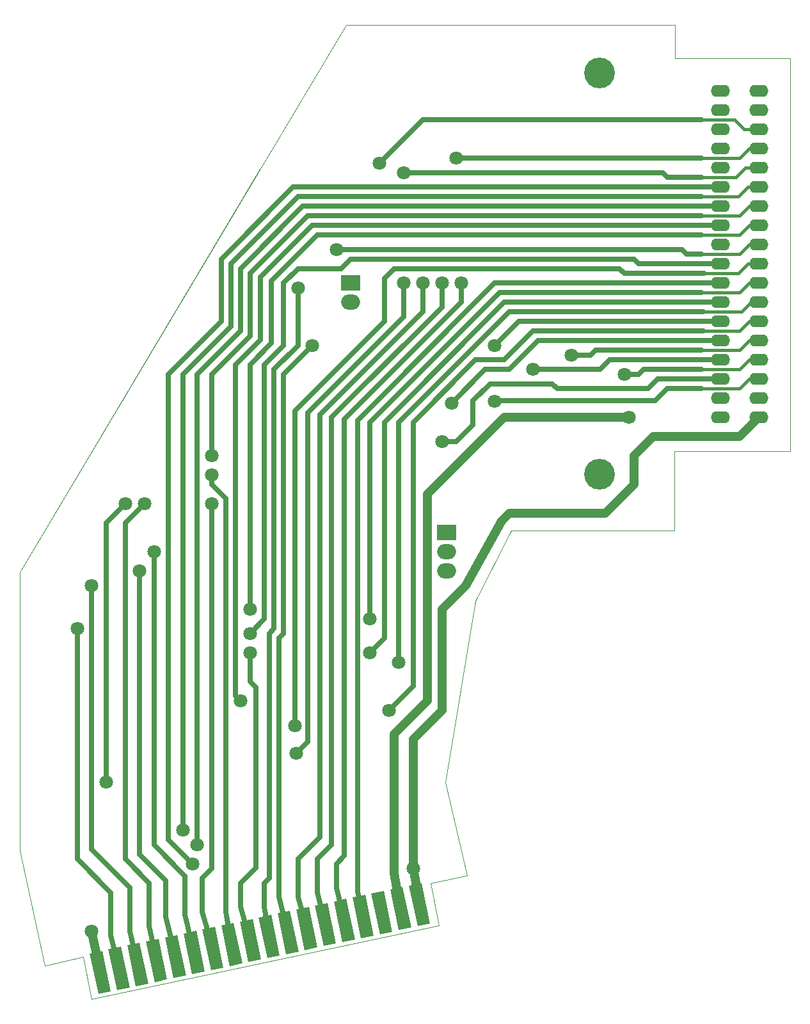
<source format=gbl>
G04 (created by PCBNEW (2013-07-07 BZR 4022)-stable) date 27/12/2022 09:16:34*
%MOIN*%
G04 Gerber Fmt 3.4, Leading zero omitted, Abs format*
%FSLAX34Y34*%
G01*
G70*
G90*
G04 APERTURE LIST*
%ADD10C,0.00590551*%
%ADD11C,0.00393701*%
%ADD12O,0.1X0.0629921*%
%ADD13R,0.0984252X0.0787402*%
%ADD14O,0.0984252X0.0787402*%
%ADD15C,0.16*%
%ADD16C,0.0708661*%
%ADD17C,0.0275591*%
%ADD18C,0.015748*%
%ADD19C,0.0472441*%
G04 APERTURE END LIST*
G54D10*
G54D11*
X-34150Y-43000D02*
X-34150Y-28500D01*
X-34150Y-43000D02*
X-32850Y-49000D01*
X-10400Y-30000D02*
X-11975Y-39475D01*
X-11975Y-39450D02*
X-10850Y-44300D01*
X-11500Y0D02*
X-17150Y0D01*
X-2950Y-26350D02*
X-8550Y-26350D01*
X6000Y-1750D02*
X0Y-1750D01*
X6000Y-1750D02*
X6000Y-22200D01*
X0Y0D02*
X-12000Y0D01*
X0Y-1750D02*
X0Y0D01*
X-8550Y-26350D02*
X-10400Y-30000D01*
X-50Y-26350D02*
X-3450Y-26350D01*
X-50Y-22200D02*
X-50Y-26350D01*
X5950Y-22200D02*
X-50Y-22200D01*
X-12750Y-44700D02*
X-10850Y-44300D01*
X-12300Y-46900D02*
X-12750Y-44700D01*
X-30400Y-50750D02*
X-12300Y-46900D01*
X-30850Y-48550D02*
X-30400Y-50750D01*
X-32850Y-49000D02*
X-30850Y-48550D01*
X-34150Y-28500D02*
X-17150Y0D01*
X-21650Y-7500D02*
X-34150Y-28500D01*
G54D10*
G36*
X-30053Y-50482D02*
X-30503Y-48364D01*
X-29848Y-48225D01*
X-29398Y-50343D01*
X-30053Y-50482D01*
X-30053Y-50482D01*
G37*
G36*
X-29075Y-50274D02*
X-29525Y-48156D01*
X-28870Y-48017D01*
X-28420Y-50135D01*
X-29075Y-50274D01*
X-29075Y-50274D01*
G37*
G36*
X-28096Y-50066D02*
X-28547Y-47948D01*
X-27892Y-47809D01*
X-27442Y-49927D01*
X-28096Y-50066D01*
X-28096Y-50066D01*
G37*
G36*
X-27118Y-49858D02*
X-27569Y-47740D01*
X-26914Y-47601D01*
X-26464Y-49719D01*
X-27118Y-49858D01*
X-27118Y-49858D01*
G37*
G36*
X-26140Y-49651D02*
X-26590Y-47533D01*
X-25936Y-47393D01*
X-25486Y-49511D01*
X-26140Y-49651D01*
X-26140Y-49651D01*
G37*
G36*
X-25162Y-49443D02*
X-25612Y-47325D01*
X-24958Y-47185D01*
X-24507Y-49303D01*
X-25162Y-49443D01*
X-25162Y-49443D01*
G37*
G36*
X-24184Y-49235D02*
X-24634Y-47117D01*
X-23979Y-46978D01*
X-23529Y-49096D01*
X-24184Y-49235D01*
X-24184Y-49235D01*
G37*
G36*
X-23206Y-49027D02*
X-23656Y-46909D01*
X-23001Y-46770D01*
X-22551Y-48888D01*
X-23206Y-49027D01*
X-23206Y-49027D01*
G37*
G36*
X-22228Y-48819D02*
X-22678Y-46701D01*
X-22023Y-46562D01*
X-21573Y-48680D01*
X-22228Y-48819D01*
X-22228Y-48819D01*
G37*
G36*
X-21249Y-48611D02*
X-21700Y-46493D01*
X-21045Y-46354D01*
X-20595Y-48472D01*
X-21249Y-48611D01*
X-21249Y-48611D01*
G37*
G36*
X-20271Y-48403D02*
X-20721Y-46285D01*
X-20067Y-46146D01*
X-19617Y-48264D01*
X-20271Y-48403D01*
X-20271Y-48403D01*
G37*
G36*
X-19293Y-48195D02*
X-19743Y-46077D01*
X-19089Y-45938D01*
X-18638Y-48056D01*
X-19293Y-48195D01*
X-19293Y-48195D01*
G37*
G36*
X-18315Y-47987D02*
X-18765Y-45869D01*
X-18111Y-45730D01*
X-17660Y-47848D01*
X-18315Y-47987D01*
X-18315Y-47987D01*
G37*
G36*
X-17337Y-47779D02*
X-17787Y-45661D01*
X-17132Y-45522D01*
X-16682Y-47640D01*
X-17337Y-47779D01*
X-17337Y-47779D01*
G37*
G36*
X-16359Y-47571D02*
X-16809Y-45453D01*
X-16154Y-45314D01*
X-15704Y-47432D01*
X-16359Y-47571D01*
X-16359Y-47571D01*
G37*
G36*
X-15381Y-47364D02*
X-15831Y-45245D01*
X-15176Y-45106D01*
X-14726Y-47224D01*
X-15381Y-47364D01*
X-15381Y-47364D01*
G37*
G36*
X-14402Y-47156D02*
X-14853Y-45038D01*
X-14198Y-44898D01*
X-13748Y-47016D01*
X-14402Y-47156D01*
X-14402Y-47156D01*
G37*
G36*
X-13424Y-46948D02*
X-13874Y-44830D01*
X-13220Y-44691D01*
X-12770Y-46809D01*
X-13424Y-46948D01*
X-13424Y-46948D01*
G37*
G54D12*
X4350Y-3450D03*
X2350Y-3450D03*
X4350Y-4450D03*
X2350Y-4450D03*
X4350Y-5450D03*
X2350Y-5450D03*
X4350Y-6450D03*
X2350Y-6450D03*
X4350Y-7450D03*
X2350Y-7450D03*
X4350Y-8450D03*
X2350Y-8450D03*
X4350Y-9450D03*
X2350Y-9450D03*
X4350Y-10450D03*
X2350Y-10450D03*
X4350Y-11450D03*
X2350Y-11450D03*
X4350Y-12450D03*
X2350Y-12450D03*
X4350Y-13450D03*
X2350Y-13450D03*
X4350Y-14450D03*
X4350Y-15450D03*
X2350Y-14450D03*
X2350Y-15450D03*
X4350Y-16450D03*
X2350Y-16450D03*
X4350Y-17450D03*
X2350Y-17450D03*
X4350Y-18450D03*
X2350Y-18450D03*
X4350Y-19450D03*
X2350Y-19450D03*
X4350Y-20450D03*
X2350Y-20450D03*
G54D13*
X-11900Y-26450D03*
G54D14*
X-11900Y-27450D03*
X-11900Y-28450D03*
G54D13*
X-16900Y-13450D03*
G54D14*
X-16900Y-14450D03*
G54D15*
X-3950Y-23400D03*
X-3950Y-2500D03*
G54D16*
X-14900Y-35700D03*
X-14400Y-33200D03*
X-22150Y-31700D03*
X-22650Y-35200D03*
X-14150Y-13450D03*
X-14150Y-7700D03*
X-19750Y-37950D03*
X-15900Y-30950D03*
X-19800Y-36500D03*
X-17650Y-11700D03*
X-22150Y-30450D03*
X-28650Y-24950D03*
X-29650Y-39450D03*
X-24150Y-22450D03*
X-25650Y-41950D03*
X-25150Y-43700D03*
X-24900Y-42700D03*
X-5400Y-17200D03*
X-31150Y-31450D03*
X-30400Y-29200D03*
X-2650Y-18200D03*
X-9400Y-19600D03*
X-27650Y-24950D03*
X-12150Y-21700D03*
X-27900Y-28450D03*
X-27150Y-27450D03*
X-7400Y-17950D03*
X-11650Y-19700D03*
X-24150Y-24950D03*
X-9400Y-16700D03*
X-24150Y-23450D03*
X-15900Y-32700D03*
X-22150Y-32700D03*
X-11150Y-13450D03*
X-12150Y-13450D03*
X-13150Y-13450D03*
X-11400Y-6950D03*
X-18900Y-16700D03*
X-15400Y-7200D03*
X-19650Y-13700D03*
X-2400Y-20450D03*
X-13650Y-43950D03*
X-30400Y-47200D03*
G54D17*
X-8900Y-17450D02*
X-10400Y-17450D01*
X-10400Y-17450D02*
X-13650Y-20700D01*
X1450Y-15950D02*
X-7400Y-15950D01*
X-7400Y-15950D02*
X-8900Y-17450D01*
X-13650Y-20700D02*
X-13650Y-34450D01*
X-13650Y-34450D02*
X-14900Y-35700D01*
G54D18*
X4350Y-15450D02*
X3850Y-15450D01*
X3350Y-15950D02*
X1450Y-15950D01*
X3850Y-15450D02*
X3350Y-15950D01*
G54D17*
X1450Y-14950D02*
X-8650Y-14950D01*
X-8650Y-14950D02*
X-14400Y-20700D01*
X-14400Y-20700D02*
X-14400Y-33200D01*
G54D18*
X4350Y-14450D02*
X3950Y-14450D01*
X3450Y-14950D02*
X1450Y-14950D01*
X3950Y-14450D02*
X3450Y-14950D01*
G54D17*
X-2150Y-12200D02*
X-16900Y-12200D01*
X-16900Y-12200D02*
X-17400Y-12700D01*
X2350Y-12450D02*
X-1900Y-12450D01*
X-1900Y-12450D02*
X-2150Y-12200D01*
X-17400Y-12700D02*
X-19650Y-12700D01*
X-20400Y-13450D02*
X-20400Y-16700D01*
X-19650Y-12700D02*
X-20400Y-13450D01*
X-21400Y-30950D02*
X-21400Y-17700D01*
X-21400Y-17700D02*
X-20400Y-16700D01*
X-22150Y-31700D02*
X-21400Y-30950D01*
X2350Y-10450D02*
X-18900Y-10450D01*
X-18900Y-10450D02*
X-21598Y-13148D01*
X-22650Y-35200D02*
X-22900Y-34950D01*
X-21598Y-16398D02*
X-22900Y-17700D01*
X-21598Y-13148D02*
X-21598Y-16398D01*
X-22900Y-17700D02*
X-22900Y-34950D01*
X-14150Y-13450D02*
X-14150Y-15200D01*
X-14150Y-15200D02*
X-19150Y-20200D01*
X1350Y-7950D02*
X-400Y-7950D01*
X-400Y-7950D02*
X-650Y-7700D01*
X-14150Y-7700D02*
X-650Y-7700D01*
X-19150Y-37350D02*
X-19150Y-20200D01*
X-19750Y-37950D02*
X-19150Y-37350D01*
G54D18*
X3650Y-7450D02*
X3150Y-7950D01*
X1350Y-7950D02*
X3150Y-7950D01*
X4350Y-7450D02*
X3650Y-7450D01*
G54D17*
X-15900Y-20700D02*
X-9150Y-13950D01*
X1350Y-13950D02*
X-9150Y-13950D01*
G54D18*
X4350Y-13450D02*
X3850Y-13450D01*
X3350Y-13950D02*
X1350Y-13950D01*
X3850Y-13450D02*
X3350Y-13950D01*
G54D17*
X-15900Y-30950D02*
X-15900Y-20700D01*
X-15150Y-13200D02*
X-15150Y-15450D01*
X-19800Y-20100D02*
X-19800Y-36500D01*
X-15150Y-15450D02*
X-19800Y-20100D01*
X-15150Y-13200D02*
X-14650Y-12700D01*
X-2900Y-12700D02*
X-14650Y-12700D01*
X1500Y-12950D02*
X-2650Y-12950D01*
X-2650Y-12950D02*
X-2900Y-12700D01*
G54D18*
X4350Y-12450D02*
X3800Y-12450D01*
X3300Y-12950D02*
X1500Y-12950D01*
X3800Y-12450D02*
X3300Y-12950D01*
G54D17*
X350Y-11700D02*
X-17650Y-11700D01*
G54D18*
X3850Y-11450D02*
X3350Y-11950D01*
X3350Y-11950D02*
X1350Y-11950D01*
G54D17*
X600Y-11950D02*
X1350Y-11950D01*
X350Y-11700D02*
X600Y-11950D01*
G54D18*
X4350Y-11450D02*
X3850Y-11450D01*
G54D17*
X1350Y-10950D02*
X-18650Y-10950D01*
X-18650Y-10950D02*
X-21025Y-13325D01*
X-22150Y-30450D02*
X-22150Y-17700D01*
X-21025Y-13325D02*
X-21025Y-16575D01*
G54D18*
X4350Y-10450D02*
X3850Y-10450D01*
X3350Y-10950D02*
X1350Y-10950D01*
X3850Y-10450D02*
X3350Y-10950D01*
G54D17*
X-21025Y-16575D02*
X-22150Y-17700D01*
X1350Y-9950D02*
X-19150Y-9950D01*
X-19150Y-9950D02*
X-22150Y-12950D01*
X-24150Y-22450D02*
X-24150Y-18200D01*
X-24150Y-18200D02*
X-22150Y-16200D01*
X-28650Y-24950D02*
X-29650Y-25950D01*
G54D18*
X3850Y-9450D02*
X3350Y-9950D01*
X3350Y-9950D02*
X1350Y-9950D01*
X4350Y-9450D02*
X3850Y-9450D01*
G54D17*
X-22150Y-12950D02*
X-22150Y-16200D01*
X-29650Y-25950D02*
X-29650Y-39450D01*
X1350Y-8950D02*
X-19650Y-8950D01*
X-19650Y-8950D02*
X-23150Y-12450D01*
X-25650Y-18200D02*
X-25650Y-41950D01*
G54D18*
X3300Y-8950D02*
X1350Y-8950D01*
X3800Y-8450D02*
X3300Y-8950D01*
X4350Y-8450D02*
X3800Y-8450D01*
G54D17*
X-23150Y-12450D02*
X-23150Y-15700D01*
X-23150Y-15700D02*
X-25650Y-18200D01*
X2350Y-8450D02*
X-19900Y-8450D01*
X-19900Y-8450D02*
X-23650Y-12200D01*
X-23650Y-15450D02*
X-26400Y-18200D01*
X-26400Y-42450D02*
X-25150Y-43700D01*
X-26400Y-18200D02*
X-26400Y-42450D01*
X-23650Y-12200D02*
X-23650Y-15450D01*
X2350Y-9450D02*
X-19400Y-9450D01*
X-19400Y-9450D02*
X-22650Y-12700D01*
X-24900Y-18200D02*
X-24900Y-42700D01*
X-22650Y-15950D02*
X-24900Y-18200D01*
X-22650Y-12700D02*
X-22650Y-15950D01*
X-4400Y-17200D02*
X-5400Y-17200D01*
G54D18*
X4350Y-16450D02*
X3850Y-16450D01*
X3350Y-16950D02*
X1350Y-16950D01*
X3850Y-16450D02*
X3350Y-16950D01*
G54D17*
X-4150Y-16950D02*
X-4400Y-17200D01*
X1350Y-16950D02*
X-4150Y-16950D01*
X-29400Y-47450D02*
X-28972Y-49146D01*
X-29400Y-45200D02*
X-29400Y-47450D01*
X-31150Y-31450D02*
X-31150Y-43450D01*
X-31150Y-43450D02*
X-29400Y-45200D01*
X-1650Y-17950D02*
X-1900Y-18200D01*
X-28400Y-47200D02*
X-27994Y-48938D01*
X-28400Y-44950D02*
X-28400Y-47200D01*
X-30400Y-29200D02*
X-30400Y-42950D01*
X-28400Y-44950D02*
X-30400Y-42950D01*
X1350Y-17950D02*
X-1650Y-17950D01*
X-1900Y-18200D02*
X-2650Y-18200D01*
G54D18*
X4350Y-17450D02*
X3850Y-17450D01*
X3350Y-17950D02*
X1350Y-17950D01*
X3850Y-17450D02*
X3350Y-17950D01*
G54D17*
X-1025Y-19575D02*
X-9375Y-19575D01*
X-9375Y-19575D02*
X-9400Y-19600D01*
X1350Y-18950D02*
X-400Y-18950D01*
X-400Y-18950D02*
X-1025Y-19575D01*
G54D18*
X4350Y-18450D02*
X3850Y-18450D01*
X3850Y-18450D02*
X3350Y-18950D01*
X3350Y-18950D02*
X1350Y-18950D01*
G54D17*
X-27400Y-46950D02*
X-27016Y-48730D01*
X-27400Y-44700D02*
X-27400Y-46950D01*
X-28650Y-43450D02*
X-28650Y-25950D01*
X-28650Y-43450D02*
X-27400Y-44700D01*
X-27650Y-24950D02*
X-28650Y-25950D01*
X-10525Y-19575D02*
X-10525Y-20825D01*
X-11400Y-21700D02*
X-12150Y-21700D01*
X-10525Y-20825D02*
X-11400Y-21700D01*
X-1400Y-18950D02*
X-6150Y-18950D01*
X-9650Y-18700D02*
X-10525Y-19575D01*
X-6400Y-18700D02*
X-9650Y-18700D01*
X-6150Y-18950D02*
X-6400Y-18700D01*
X2350Y-18450D02*
X-900Y-18450D01*
X-900Y-18450D02*
X-1400Y-18950D01*
X-26525Y-46450D02*
X-26038Y-48522D01*
X-26525Y-44575D02*
X-26525Y-46450D01*
X-27900Y-28450D02*
X-27900Y-43200D01*
X-27900Y-43200D02*
X-26525Y-44575D01*
X2350Y-17450D02*
X-3400Y-17450D01*
X-3400Y-17450D02*
X-3900Y-17950D01*
X-25525Y-46325D02*
X-25060Y-48314D01*
X-27150Y-42700D02*
X-25525Y-44325D01*
X-27150Y-42700D02*
X-27150Y-27450D01*
X-25525Y-44325D02*
X-25525Y-46325D01*
X-3900Y-17950D02*
X-7400Y-17950D01*
X-8650Y-17950D02*
X-9900Y-17950D01*
X-9900Y-17950D02*
X-11650Y-19700D01*
X-24650Y-46200D02*
X-24082Y-48106D01*
X-24150Y-24950D02*
X-24150Y-43950D01*
X-24650Y-44450D02*
X-24650Y-46200D01*
X-24150Y-43950D02*
X-24650Y-44450D01*
X2350Y-16450D02*
X-7150Y-16450D01*
X-7150Y-16450D02*
X-8650Y-17950D01*
X2350Y-15450D02*
X-8150Y-15450D01*
X-8150Y-15450D02*
X-9400Y-16700D01*
X-23419Y-46200D02*
X-23103Y-47898D01*
X-24150Y-23450D02*
X-24150Y-23950D01*
X-23419Y-24680D02*
X-23419Y-46200D01*
X-24150Y-23950D02*
X-23419Y-24680D01*
X2350Y-14450D02*
X-8900Y-14450D01*
X-8900Y-14450D02*
X-15150Y-20700D01*
X-22650Y-45950D02*
X-22125Y-47690D01*
X-21850Y-43900D02*
X-22650Y-44700D01*
X-22650Y-44700D02*
X-22650Y-45950D01*
X-15150Y-31950D02*
X-15150Y-20700D01*
X-21850Y-34500D02*
X-21850Y-43900D01*
X-15900Y-32700D02*
X-15150Y-31950D01*
X-21850Y-34500D02*
X-22150Y-34200D01*
X-22150Y-34200D02*
X-22150Y-32700D01*
X-17235Y-43285D02*
X-17235Y-20535D01*
X-11150Y-14450D02*
X-11150Y-13450D01*
X-17235Y-20535D02*
X-11150Y-14450D01*
X-17650Y-43700D02*
X-17650Y-44950D01*
X-17235Y-43285D02*
X-17650Y-43700D01*
X-17650Y-44950D02*
X-17235Y-46651D01*
X-12150Y-13450D02*
X-12150Y-14700D01*
X-17900Y-20450D02*
X-17900Y-42700D01*
X-12150Y-14700D02*
X-17900Y-20450D01*
X-18650Y-45200D02*
X-18213Y-46859D01*
X-17900Y-42700D02*
X-18650Y-43450D01*
X-18650Y-43450D02*
X-18650Y-45200D01*
X-13150Y-13450D02*
X-13150Y-14950D01*
X-18500Y-20300D02*
X-18500Y-42300D01*
X-13150Y-14950D02*
X-18500Y-20300D01*
X1350Y-6950D02*
X-11400Y-6950D01*
X-19650Y-43450D02*
X-19650Y-45450D01*
X-19650Y-45450D02*
X-19191Y-47067D01*
X-18500Y-42300D02*
X-19650Y-43450D01*
G54D18*
X3350Y-6950D02*
X1350Y-6950D01*
X3850Y-6450D02*
X3350Y-6950D01*
X4350Y-6450D02*
X3850Y-6450D01*
G54D17*
X1350Y-4950D02*
X-13150Y-4950D01*
X-13150Y-4950D02*
X-15400Y-7200D01*
X-20650Y-45450D02*
X-20169Y-47274D01*
X-20650Y-31950D02*
X-20650Y-45450D01*
X-20400Y-18200D02*
X-18900Y-16700D01*
X-20400Y-31700D02*
X-20400Y-18200D01*
X-20650Y-31950D02*
X-20400Y-31700D01*
G54D18*
X1350Y-4950D02*
X3100Y-4950D01*
X3100Y-4950D02*
X3600Y-5450D01*
X3600Y-5450D02*
X4350Y-5450D01*
G54D17*
X-21147Y-31697D02*
X-21147Y-44447D01*
X-21400Y-44700D02*
X-21400Y-45950D01*
X-21147Y-44447D02*
X-21400Y-44700D01*
X-21400Y-45950D02*
X-21147Y-47482D01*
X-19650Y-16700D02*
X-19650Y-13700D01*
X-20900Y-31450D02*
X-20900Y-17950D01*
X-20900Y-17950D02*
X-19650Y-16700D01*
X-21147Y-31697D02*
X-20900Y-31450D01*
G54D19*
X-2400Y-20450D02*
X-8900Y-20450D01*
X-12900Y-24450D02*
X-12900Y-35200D01*
X-8900Y-20450D02*
X-12900Y-24450D01*
X-14650Y-44200D02*
X-14300Y-46027D01*
X-12900Y-35200D02*
X-14650Y-36950D01*
X-14650Y-36950D02*
X-14650Y-44200D01*
G54D17*
X-16550Y-45143D02*
X-16550Y-20600D01*
X-16550Y-20600D02*
X-9400Y-13450D01*
X2350Y-13450D02*
X-9400Y-13450D01*
X-16550Y-45143D02*
X-16256Y-46443D01*
G54D19*
X-10900Y-29200D02*
X-9025Y-25825D01*
X-9025Y-25825D02*
X-8650Y-25450D01*
X-12150Y-35700D02*
X-12150Y-30450D01*
X-12150Y-30450D02*
X-10900Y-29200D01*
X-2150Y-22450D02*
X-2150Y-23950D01*
X-3650Y-25450D02*
X-8650Y-25450D01*
X-2150Y-23950D02*
X-3650Y-25450D01*
X3350Y-21450D02*
X-1150Y-21450D01*
X-1150Y-21450D02*
X-2150Y-22450D01*
X4350Y-20450D02*
X3350Y-21450D01*
X-13650Y-43950D02*
X-13322Y-45819D01*
X-12150Y-35700D02*
X-13650Y-37200D01*
X-13650Y-37200D02*
X-13650Y-43950D01*
X-29951Y-49354D02*
X-30400Y-47200D01*
M02*

</source>
